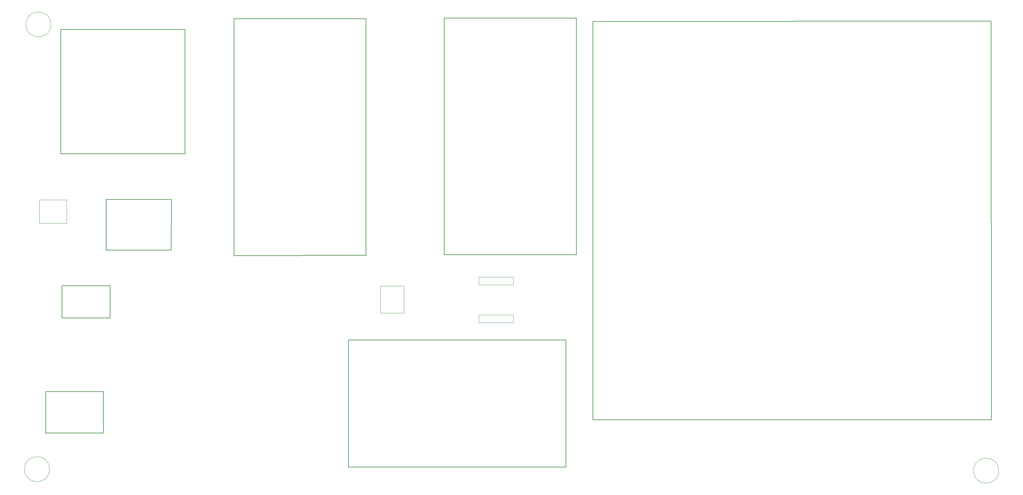
<source format=gbr>
G04 #@! TF.GenerationSoftware,KiCad,Pcbnew,5.0.2-bee76a0~70~ubuntu16.04.1*
G04 #@! TF.CreationDate,2021-10-26T00:07:22+01:00*
G04 #@! TF.ProjectId,Podcar_PCB,506f6463-6172-45f5-9043-422e6b696361,rev?*
G04 #@! TF.SameCoordinates,Original*
G04 #@! TF.FileFunction,Other,User*
%FSLAX46Y46*%
G04 Gerber Fmt 4.6, Leading zero omitted, Abs format (unit mm)*
G04 Created by KiCad (PCBNEW 5.0.2-bee76a0~70~ubuntu16.04.1) date Tue 26 Oct 2021 00:07:22 BST*
%MOMM*%
%LPD*%
G01*
G04 APERTURE LIST*
%ADD10C,0.150000*%
%ADD11C,0.050000*%
G04 APERTURE END LIST*
D10*
G04 #@! TO.C,U2*
X23329600Y-52495800D02*
X23355000Y-18129600D01*
X57645000Y-52445000D02*
X23329600Y-52495800D01*
X57670400Y-18155000D02*
X57645000Y-52445000D01*
X23355000Y-18155000D02*
X57670400Y-18155000D01*
G04 #@! TO.C,XA1*
X23695000Y-97765000D02*
X37030000Y-97765000D01*
X23695000Y-97765000D02*
X23695000Y-88875000D01*
X23695000Y-88875000D02*
X37030000Y-88875000D01*
X37030000Y-97765000D02*
X37030000Y-88875000D01*
X19250000Y-129515000D02*
X19250000Y-118085000D01*
X35125000Y-129515000D02*
X35125000Y-118085000D01*
X35125000Y-129515000D02*
X19250000Y-129515000D01*
X35125000Y-118085000D02*
X19250000Y-118085000D01*
G04 #@! TO.C,U6*
X129175600Y-15035600D02*
X165650000Y-15035600D01*
X129175600Y-80364400D02*
X129175600Y-15035600D01*
X165650000Y-80339000D02*
X129175600Y-80364400D01*
X165650000Y-15035600D02*
X165650000Y-80339000D01*
G04 #@! TO.C,U5*
X71175600Y-15235600D02*
X107650000Y-15235600D01*
X71175600Y-80564400D02*
X71175600Y-15235600D01*
X107650000Y-80539000D02*
X71175600Y-80564400D01*
X107650000Y-15235600D02*
X107650000Y-80539000D01*
G04 #@! TO.C,U3*
X170285200Y-125916400D02*
X170234400Y-15959800D01*
X280241800Y-125916400D02*
X170285200Y-125916400D01*
X280165600Y-15909000D02*
X280241800Y-125916400D01*
X170234400Y-15985200D02*
X280165600Y-15909000D01*
G04 #@! TO.C,U4*
X102802600Y-103899400D02*
X162797400Y-103899400D01*
X102802600Y-138900600D02*
X102802600Y-103874000D01*
X162822800Y-138900600D02*
X102802600Y-138900600D01*
X162797400Y-103874000D02*
X162822800Y-138900600D01*
D11*
G04 #@! TO.C,J2*
X118140000Y-88950000D02*
X111600000Y-88950000D01*
X118140000Y-96450000D02*
X118140000Y-88950000D01*
X111600000Y-96450000D02*
X118140000Y-96450000D01*
X111600000Y-88950000D02*
X111600000Y-96450000D01*
G04 #@! TO.C,J1*
X17450000Y-65160000D02*
X17450000Y-71700000D01*
X24950000Y-65160000D02*
X17450000Y-65160000D01*
X24950000Y-71700000D02*
X24950000Y-65160000D01*
X17450000Y-71700000D02*
X24950000Y-71700000D01*
D10*
G04 #@! TO.C,U1*
X35874600Y-65130000D02*
X37728800Y-65104600D01*
X35874600Y-79100000D02*
X35874600Y-65130000D01*
X53883200Y-79100000D02*
X35874600Y-79100000D01*
X53908600Y-65130000D02*
X53883200Y-79100000D01*
X52105200Y-65130000D02*
X53908600Y-65130000D01*
X37728800Y-65104600D02*
X52105200Y-65130000D01*
D11*
G04 #@! TO.C,R2*
X148270000Y-86550000D02*
X138750000Y-86550000D01*
X148270000Y-88650000D02*
X148270000Y-86550000D01*
X138750000Y-88650000D02*
X148270000Y-88650000D01*
X138750000Y-86550000D02*
X138750000Y-88650000D01*
G04 #@! TO.C,R1*
X148270000Y-96950000D02*
X138750000Y-96950000D01*
X148270000Y-99050000D02*
X148270000Y-96950000D01*
X138750000Y-99050000D02*
X148270000Y-99050000D01*
X138750000Y-96950000D02*
X138750000Y-99050000D01*
G04 #@! TO.C,M3*
X282250000Y-139900000D02*
G75*
G03X282250000Y-139900000I-3450000J0D01*
G01*
X20250000Y-139500000D02*
G75*
G03X20250000Y-139500000I-3450000J0D01*
G01*
X20650000Y-16800000D02*
G75*
G03X20650000Y-16800000I-3450000J0D01*
G01*
G04 #@! TD*
M02*

</source>
